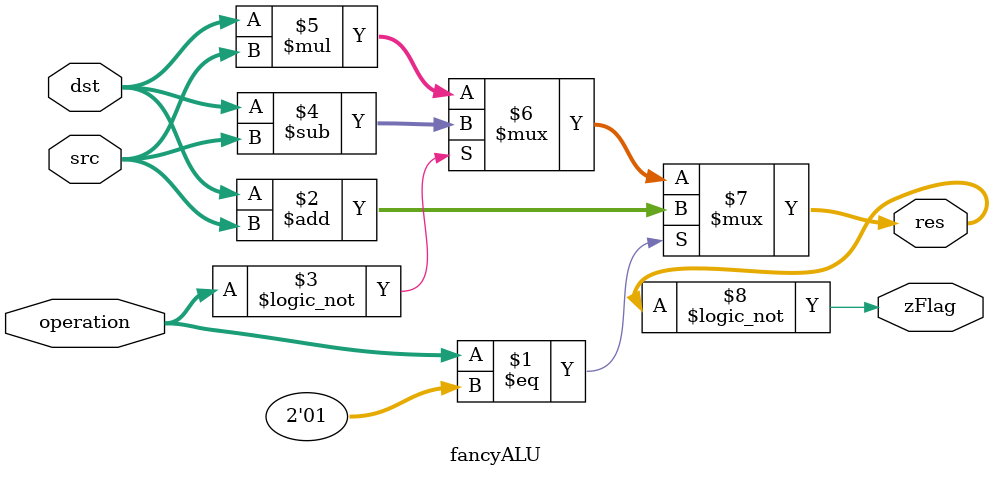
<source format=v>
module E15Process(input clk, 
                  output reg [3:0] pc,             // Program Counter
                  output reg [3:0] opCode,         // op code
                  output reg [1:0] src, dst,       // src and dst register
                  output reg [3:0] immData,        // "Immediate" data
                  output reg [3:0] r0, r1, r2, r3, // Registers
                  output tri [3:0] mBus, dstBus    // Buses
                  );

   parameter fetch=2'd0, decode=2'd1, exec=2'd2, store=2'd3;

   parameter Rg0 = 2'b00, Rg1 = 2'b01, Rg2 = 2'b10, Rg3 = 2'b11, 
             RXX = 2'b00;

   parameter
     jmp  = 4'b0000, jz   = 4'b0010,  jnz  = 4'b0011,
     movi = 4'b1001, mov  = 4'b1000,  muli = 4'b0101,
     addi = 4'b1011, add  = 4'b1010,  mul  = 4'b0111,
     subi = 4'b1101, sub  = 4'b1100,
     cmpi = 4'b1111, cmp  = 4'b1110;
   
   parameter   hiZ = 4'bz;

   parameter   bEn_R0 = 3'd0, bEn_R1 = 3'd1, 
     bEn_R2 = 3'd2, bEn_R3 = 3'd3, 
     bEn_ALU = 3'd4, bEn_Imm = 3'd5;

   reg  [3:0] pcIncr; // Program Counter Increment
   wire [3:0] pcRes;  // Output of pc ALU
   wire       pcz;    // Unused - zero flag for pc ALU
   
   reg [1:0]  myState;      // State (phase of excution)
   reg [11:0] myROM [15:0]; // ROM (holds program)
   reg [3:0]  mbEn, dbEn;   // Used to determine which tri-state buffers are 
                            // enabled for master bus and destination bus.

   reg [1:0]  aluOperation; // Determines if ALU adds or subtracts or multiplies
   reg [3:0]  aluOut;    // Register to hold output of main ALU
   reg        zFlag;     // Zero flag
   wire [3:0] resVal;    // Output (combinational) of ALU
   wire       zVal;      // Output (combinational) of ALU zero flag

   initial
     begin

        `include "program1.v"
        
        pc = 4'b0000;
        myState = fetch;
        
     end
   
   always @(posedge clk)
     case(myState)
       fetch:
         begin
            {opCode, src, dst, immData} = myROM[pc];
            myState <= decode;
         end

       decode:
         begin
            case(opCode)
              movi, addi, subi, cmpi, muli:
                begin
                   mbEn <= bEn_Imm;
                end
              mov, add, sub, cmp, mul:
                case(src)
                  Rg0: mbEn <= bEn_R0;
                  Rg1: mbEn <= bEn_R1;
                  Rg2: mbEn <= bEn_R2;
                  Rg3: mbEn <= bEn_R3;
                endcase
            endcase 
            
            case(dst)
              Rg0: dbEn <= bEn_R0;
              Rg1: dbEn <= bEn_R1;
              Rg2: dbEn <= bEn_R2;
              Rg3: dbEn <= bEn_R3;
            endcase

            aluOperation <= ((opCode == add) | (opCode == addi)) ? 1 :
                            ((opCode == sub) | (opCode == subi)) ? 0 :
                            2;
            myState <= exec;
         end
       
       exec:
         begin
            case(opCode)
              addi, add, subi, sub, cmpi, cmp, muli, mul:
                begin
                   pcIncr <= 4'd1;
                   mbEn <= bEn_ALU;
                   aluOut <= resVal;
                   zFlag <= zVal;
                end
              jmp: pcIncr <= immData;
              jz:  pcIncr <= zFlag ? immData : 4'd1;
              jnz: pcIncr <= zFlag ? 4'd1 : immData;
              default: pcIncr <= 4'd1; 
            endcase
            myState <= store;
         end
       
       store:
         begin
            case(opCode)
              movi, mov, add, addi, sub, subi, mul, muli:
                case(dst)
                  Rg0: r0 <= mBus;
                  Rg1: r1 <= mBus;
                  Rg2: r2 <= mBus;
                  Rg3: r3 <= mBus;
                endcase
            endcase
            pc <= pcRes;
            myState <= fetch;
         end
       
     endcase
   
   assign mBus = (mbEn==bEn_R0)  ? r0      : hiZ;
   assign mBus = (mbEn==bEn_R1)  ? r1      : hiZ;
   assign mBus = (mbEn==bEn_R2)  ? r2      : hiZ;
   assign mBus = (mbEn==bEn_R3)  ? r3      : hiZ;
   assign mBus = (mbEn==bEn_Imm) ? immData : hiZ;
   assign mBus = (mbEn==bEn_ALU) ? aluOut  : hiZ;

   assign dstBus = (dbEn==bEn_R0)  ? r0 : hiZ;
   assign dstBus = (dbEn==bEn_R1)  ? r1 : hiZ;
   assign dstBus = (dbEn==bEn_R2)  ? r2 : hiZ;
   assign dstBus = (dbEn==bEn_R3)  ? r3 : hiZ;

   fancyALU dataALU(aluOperation, mBus, dstBus, zVal, resVal);
   fancyALU pcALU(2'b01, pc, pcIncr, pcz, pcRes);

endmodule


module fancyALU(
    input [1:0] operation,
    input [3:0] src, dst,
    output zFlag,
    output [3:0] res);
    assign res = (operation==1) ? (dst + src) : (operation==0) ? (dst - src) : (dst*src);
    assign zFlag = !(res);

endmodule
</source>
